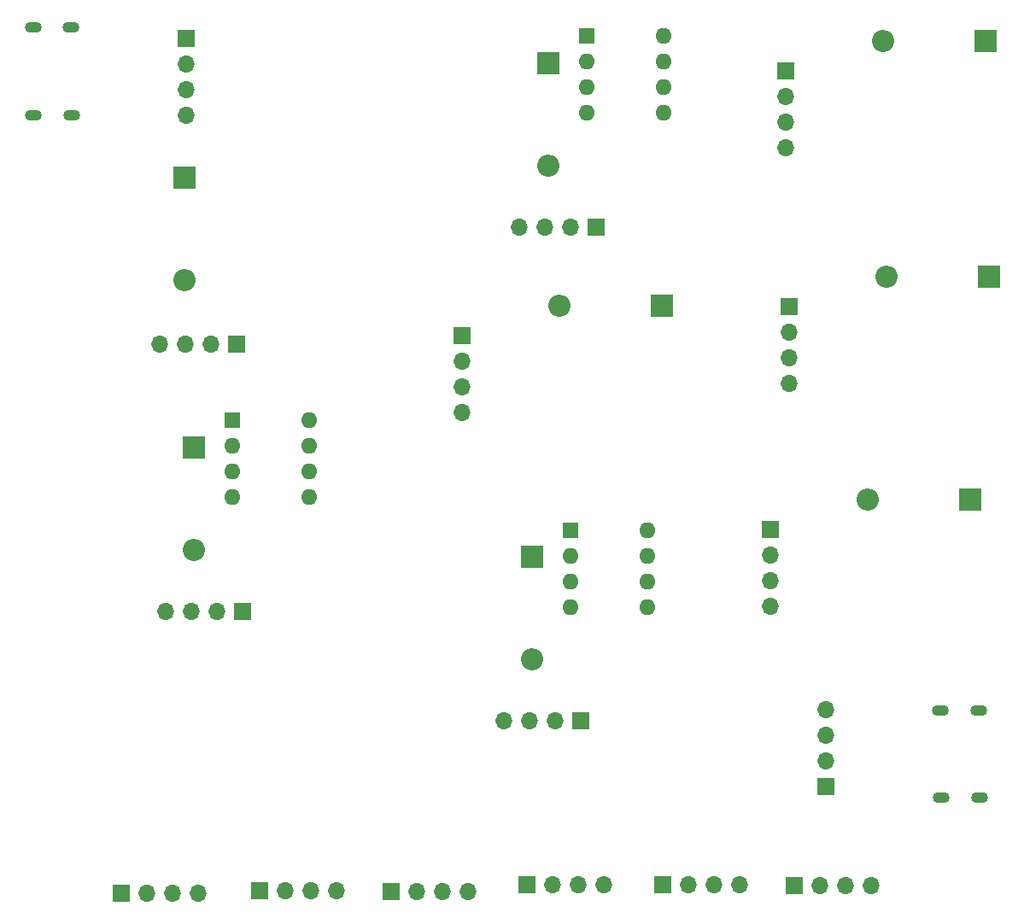
<source format=gbr>
G04 #@! TF.GenerationSoftware,KiCad,Pcbnew,(5.1.12)-1*
G04 #@! TF.CreationDate,2022-01-07T20:34:09-08:00*
G04 #@! TF.ProjectId,schematic,73636865-6d61-4746-9963-2e6b69636164,rev?*
G04 #@! TF.SameCoordinates,Original*
G04 #@! TF.FileFunction,Soldermask,Bot*
G04 #@! TF.FilePolarity,Negative*
%FSLAX46Y46*%
G04 Gerber Fmt 4.6, Leading zero omitted, Abs format (unit mm)*
G04 Created by KiCad (PCBNEW (5.1.12)-1) date 2022-01-07 20:34:09*
%MOMM*%
%LPD*%
G01*
G04 APERTURE LIST*
%ADD10O,1.600000X1.600000*%
%ADD11R,1.600000X1.600000*%
%ADD12O,2.200000X2.200000*%
%ADD13R,2.200000X2.200000*%
%ADD14O,1.700000X1.700000*%
%ADD15R,1.700000X1.700000*%
%ADD16O,1.700000X1.100000*%
G04 APERTURE END LIST*
D10*
G04 #@! TO.C,U4*
X152463500Y-109537500D03*
X144843500Y-117157500D03*
X152463500Y-112077500D03*
X144843500Y-114617500D03*
X152463500Y-114617500D03*
X144843500Y-112077500D03*
X152463500Y-117157500D03*
D11*
X144843500Y-109537500D03*
G04 #@! TD*
D12*
G04 #@! TO.C,D3*
X141033500Y-122364500D03*
D13*
X141033500Y-112204500D03*
G04 #@! TD*
D14*
G04 #@! TO.C,J11*
X138176000Y-128460500D03*
X140716000Y-128460500D03*
X143256000Y-128460500D03*
D15*
X145796000Y-128460500D03*
G04 #@! TD*
G04 #@! TO.C,J11*
X147383500Y-79502000D03*
D14*
X144843500Y-79502000D03*
X142303500Y-79502000D03*
X139763500Y-79502000D03*
G04 #@! TD*
D13*
G04 #@! TO.C,D3*
X142621000Y-63246000D03*
D12*
X142621000Y-73406000D03*
G04 #@! TD*
D11*
G04 #@! TO.C,U4*
X146431000Y-60579000D03*
D10*
X154051000Y-68199000D03*
X146431000Y-63119000D03*
X154051000Y-65659000D03*
X146431000Y-65659000D03*
X154051000Y-63119000D03*
X146431000Y-68199000D03*
X154051000Y-60579000D03*
G04 #@! TD*
G04 #@! TO.C,U4*
X118935500Y-98679000D03*
X111315500Y-106299000D03*
X118935500Y-101219000D03*
X111315500Y-103759000D03*
X118935500Y-103759000D03*
X111315500Y-101219000D03*
X118935500Y-106299000D03*
D11*
X111315500Y-98679000D03*
G04 #@! TD*
D14*
G04 #@! TO.C,J11*
X104648000Y-117602000D03*
X107188000Y-117602000D03*
X109728000Y-117602000D03*
D15*
X112268000Y-117602000D03*
G04 #@! TD*
D12*
G04 #@! TO.C,D3*
X107505500Y-111506000D03*
D13*
X107505500Y-101346000D03*
G04 #@! TD*
D16*
G04 #@! TO.C,J2*
X181496500Y-127391000D03*
X185296500Y-127391000D03*
X181546500Y-136041000D03*
X185346500Y-136041000D03*
G04 #@! TD*
D15*
G04 #@! TO.C,J3*
X170116500Y-135001000D03*
D14*
X170116500Y-132461000D03*
X170116500Y-129921000D03*
X170116500Y-127381000D03*
G04 #@! TD*
D15*
G04 #@! TO.C,J1*
X111683800Y-91122500D03*
D14*
X109143800Y-91122500D03*
X106603800Y-91122500D03*
X104063800Y-91122500D03*
G04 #@! TD*
D13*
G04 #@! TO.C,D1*
X106553000Y-74561700D03*
D12*
X106553000Y-84721700D03*
G04 #@! TD*
D15*
G04 #@! TO.C,J10*
X134035800Y-90271600D03*
D14*
X134035800Y-92811600D03*
X134035800Y-95351600D03*
X134035800Y-97891600D03*
G04 #@! TD*
D13*
G04 #@! TO.C,D2*
X153847800Y-87325200D03*
D12*
X143687800Y-87325200D03*
G04 #@! TD*
D15*
G04 #@! TO.C,J10*
X164579300Y-109448600D03*
D14*
X164579300Y-111988600D03*
X164579300Y-114528600D03*
X164579300Y-117068600D03*
G04 #@! TD*
D13*
G04 #@! TO.C,D2*
X184391300Y-106502200D03*
D12*
X174231300Y-106502200D03*
G04 #@! TD*
D15*
G04 #@! TO.C,J10*
X166484300Y-87350600D03*
D14*
X166484300Y-89890600D03*
X166484300Y-92430600D03*
X166484300Y-94970600D03*
G04 #@! TD*
D13*
G04 #@! TO.C,D2*
X186296300Y-84404200D03*
D12*
X176136300Y-84404200D03*
G04 #@! TD*
D15*
G04 #@! TO.C,J10*
X166166800Y-63982600D03*
D14*
X166166800Y-66522600D03*
X166166800Y-69062600D03*
X166166800Y-71602600D03*
G04 #@! TD*
D13*
G04 #@! TO.C,D2*
X185978800Y-61036200D03*
D12*
X175818800Y-61036200D03*
G04 #@! TD*
D14*
G04 #@! TO.C,J9*
X134645400Y-145351500D03*
X132105400Y-145351500D03*
X129565400Y-145351500D03*
D15*
X127025400Y-145351500D03*
G04 #@! TD*
D14*
G04 #@! TO.C,J8*
X107911900Y-145567400D03*
X105371900Y-145567400D03*
X102831900Y-145567400D03*
D15*
X100291900Y-145567400D03*
G04 #@! TD*
D14*
G04 #@! TO.C,J7*
X148107400Y-144703800D03*
X145567400Y-144703800D03*
X143027400Y-144703800D03*
D15*
X140487400Y-144703800D03*
G04 #@! TD*
D14*
G04 #@! TO.C,J6*
X161582100Y-144678400D03*
X159042100Y-144678400D03*
X156502100Y-144678400D03*
D15*
X153962100Y-144678400D03*
G04 #@! TD*
D14*
G04 #@! TO.C,J5*
X174574200Y-144767300D03*
X172034200Y-144767300D03*
X169494200Y-144767300D03*
D15*
X166954200Y-144767300D03*
G04 #@! TD*
D14*
G04 #@! TO.C,J4*
X121627900Y-145338800D03*
X119087900Y-145338800D03*
X116547900Y-145338800D03*
D15*
X114007900Y-145338800D03*
G04 #@! TD*
D14*
G04 #@! TO.C,J3*
X106743500Y-68389500D03*
X106743500Y-65849500D03*
X106743500Y-63309500D03*
D15*
X106743500Y-60769500D03*
G04 #@! TD*
D16*
G04 #@! TO.C,J2*
X91513500Y-59729500D03*
X95313500Y-59729500D03*
X91563500Y-68379500D03*
X95363500Y-68379500D03*
G04 #@! TD*
M02*

</source>
